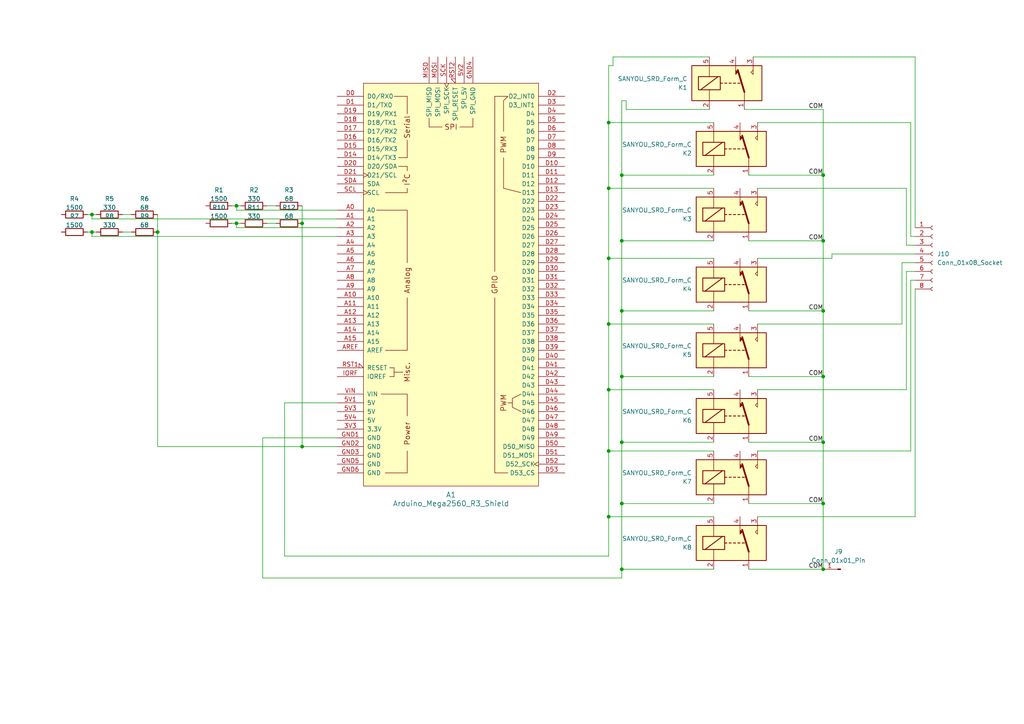
<source format=kicad_sch>
(kicad_sch (version 20250114) (generator "eeschema") (generator_version "9.0")
  (paper "A4")
  (lib_symbols
    (symbol "Connector:Conn_01x01_Pin" (pin_names (offset 1.016) (hide yes))
      (property "Reference" "J" (at 0 2.54 0))
      (property "Value" "Conn_01x01_Pin" (at 0 -2.54 0))
      (symbol "Conn_01x01_Pin_1_1"
        (rectangle (start 0.8636 0.127) (end 0 -0.127) (stroke (width 0.1524)) (fill (type outline)))
        (polyline (pts (xy 1.27 0) (xy 0.8636 0)) (stroke (width 0.1524)))
        (pin passive line (at 5.08 0 180) (length 3.81) (name "Pin_1") (number "1"))
      )
    )
    (symbol "Connector:Conn_01x08_Socket" (pin_names (offset 1.016) (hide yes))
      (property "Reference" "J" (at 0 10.16 0))
      (property "Value" "Conn_01x08_Socket" (at 0 -12.7 0))
      (symbol "Conn_01x08_Socket_1_1"
        (polyline (pts (xy -1.27 7.62) (xy -0.508 7.62)) (stroke (width 0.1524)))
        (polyline (pts (xy -1.27 5.08) (xy -0.508 5.08)) (stroke (width 0.1524)))
        (polyline (pts (xy -1.27 2.54) (xy -0.508 2.54)) (stroke (width 0.1524)))
        (polyline (pts (xy -1.27 0) (xy -0.508 0)) (stroke (width 0.1524)))
        (polyline (pts (xy -1.27 -2.54) (xy -0.508 -2.54)) (stroke (width 0.1524)))
        (polyline (pts (xy -1.27 -5.08) (xy -0.508 -5.08)) (stroke (width 0.1524)))
        (polyline (pts (xy -1.27 -7.62) (xy -0.508 -7.62)) (stroke (width 0.1524)))
        (polyline (pts (xy -1.27 -10.16) (xy -0.508 -10.16)) (stroke (width 0.1524)))
        (arc (start 0 7.112) (mid -0.5058 7.62) (end 0 8.128) (stroke (width 0.1524)))
        (arc (start 0 4.572) (mid -0.5058 5.08) (end 0 5.588) (stroke (width 0.1524)))
        (arc (start 0 2.032) (mid -0.5058 2.54) (end 0 3.048) (stroke (width 0.1524)))
        (arc (start 0 -0.508) (mid -0.5058 0) (end 0 0.508) (stroke (width 0.1524)))
        (arc (start 0 -3.048) (mid -0.5058 -2.54) (end 0 -2.032) (stroke (width 0.1524)))
        (arc (start 0 -5.588) (mid -0.5058 -5.08) (end 0 -4.572) (stroke (width 0.1524)))
        (arc (start 0 -8.128) (mid -0.5058 -7.62) (end 0 -7.112) (stroke (width 0.1524)))
        (arc (start 0 -10.668) (mid -0.5058 -10.16) (end 0 -9.652) (stroke (width 0.1524)))
        (pin passive line (at -5.08 7.62 0) (length 3.81) (name "Pin_1") (number "1"))
        (pin passive line (at -5.08 5.08 0) (length 3.81) (name "Pin_2") (number "2"))
        (pin passive line (at -5.08 2.54 0) (length 3.81) (name "Pin_3") (number "3"))
        (pin passive line (at -5.08 0 0) (length 3.81) (name "Pin_4") (number "4"))
        (pin passive line (at -5.08 -2.54 0) (length 3.81) (name "Pin_5") (number "5"))
        (pin passive line (at -5.08 -5.08 0) (length 3.81) (name "Pin_6") (number "6"))
        (pin passive line (at -5.08 -7.62 0) (length 3.81) (name "Pin_7") (number "7"))
        (pin passive line (at -5.08 -10.16 0) (length 3.81) (name "Pin_8") (number "8"))
      )
    )
    (symbol "Device:R" (pin_numbers (hide yes)) (pin_names (offset 0))
      (property "Reference" "R" (at 2.032 0 90))
      (property "Value" "R" (at 0 0 90))
      (symbol "R_0_1"
        (rectangle (start -1.016 -2.54) (end 1.016 2.54) (stroke (width 0.254)))
      )
      (symbol "R_1_1"
        (pin passive line (at 0 3.81 270) (length 1.27) (name "~") (number "1"))
        (pin passive line (at 0 -3.81 90) (length 1.27) (name "~") (number "2"))
      )
    )
    (symbol "PCM_arduino-library:Arduino_Mega2560_R3_Shield" (pin_names (offset 1.016))
      (property "Reference" "A" (at 0 -62.23 0))
      (property "Value" "Arduino_Mega2560_R3_Shield" (at 0 -66.04 0))
      (symbol "Arduino_Mega2560_R3_Shield_0_0"
        (rectangle (start -25.4 -58.42) (end 25.4 58.42) (fill (type background)))
        (polyline (pts (xy -21.59 21.59) (xy -12.7 21.59)))
        (rectangle (start -20.32 -31.75) (end -12.7 -31.75))
        (rectangle (start -19.05 26.67) (end -12.7 26.67))
        (rectangle (start -19.05 -19.05) (end -12.7 -19.05))
        (rectangle (start -19.05 -54.61) (end -12.7 -54.61))
        (rectangle (start -17.78 -24.13) (end -16.51 -24.13))
        (rectangle (start -17.78 -26.67) (end -16.51 -26.67))
        (rectangle (start -16.51 54.61) (end -12.7 54.61))
        (rectangle (start -16.51 -24.13) (end -16.51 -26.67))
        (rectangle (start -16.51 -25.4) (end -13.97 -25.4))
        (rectangle (start -15.24 36.83) (end -12.7 36.83))
        (rectangle (start -15.24 34.29) (end -12.7 34.29))
        (rectangle (start -12.7 49.53) (end -12.7 54.61))
        (rectangle (start -12.7 41.91) (end -12.7 36.83))
        (rectangle (start -12.7 34.29) (end -12.7 33.02))
        (rectangle (start -12.7 26.67) (end -12.7 27.94))
        (polyline (pts (xy -12.7 6.35) (xy -12.7 21.59)))
        (polyline (pts (xy -12.7 -19.05) (xy -12.7 -3.81)))
        (rectangle (start -12.7 -31.75) (end -12.7 -38.1))
        (rectangle (start -12.7 -54.61) (end -12.7 -48.26))
        (rectangle (start -6.35 48.26) (end -6.35 45.72))
        (rectangle (start -2.54 45.72) (end -6.35 45.72))
        (rectangle (start 6.35 48.26) (end 6.35 45.72))
        (rectangle (start 6.35 45.72) (end 2.54 45.72))
        (polyline (pts (xy 12.7 54.61) (xy 16.51 54.61)))
        (polyline (pts (xy 12.7 -54.61) (xy 16.51 -54.61)))
        (polyline (pts (xy 15.24 44.45) (xy 15.24 53.34) (xy 16.51 54.61)))
        (polyline (pts (xy 15.24 36.83) (xy 15.24 27.94) (xy 20.32 26.67)))
        (polyline (pts (xy 17.78 -34.29) (xy 16.51 -34.29)))
        (polyline (pts (xy 20.32 -31.75) (xy 17.78 -33.02) (xy 17.78 -35.56) (xy 20.32 -36.83)))
        (text "Serial" (at -12.7 45.72 900) (effects (font (size 1.524 1.524))))
        (text "I²C" (at -12.7 30.48 900) (effects (font (size 1.524 1.524))))
        (text "Analog" (at -12.7 1.27 900) (effects (font (size 1.524 1.524))))
        (text "Misc." (at -12.7 -25.4 900) (effects (font (size 1.524 1.524))))
        (text "Power" (at -12.7 -43.18 900) (effects (font (size 1.524 1.524))))
        (text "SPI" (at 0 45.72 0) (effects (font (size 1.524 1.524))))
        (text "PWM" (at 15.24 40.64 900) (effects (font (size 1.524 1.524))))
        (text "PWM" (at 15.24 -34.29 900) (effects (font (size 1.524 1.524))))
      )
      (symbol "Arduino_Mega2560_R3_Shield_1_0"
        (rectangle (start 12.7 54.61) (end 12.7 3.81))
        (rectangle (start 12.7 -54.61) (end 12.7 -3.81))
        (text "GPIO" (at 12.7 0 900) (effects (font (size 1.524 1.524))))
      )
      (symbol "Arduino_Mega2560_R3_Shield_1_1"
        (pin bidirectional line (at -33.02 54.61 0) (length 7.62) (name "D0/RX0") (number "D0"))
        (pin bidirectional line (at -33.02 52.07 0) (length 7.62) (name "D1/TX0") (number "D1"))
        (pin bidirectional line (at -33.02 49.53 0) (length 7.62) (name "D19/RX1") (number "D19"))
        (pin bidirectional line (at -33.02 46.99 0) (length 7.62) (name "D18/TX1") (number "D18"))
        (pin bidirectional line (at -33.02 44.45 0) (length 7.62) (name "D17/RX2") (number "D17"))
        (pin bidirectional line (at -33.02 41.91 0) (length 7.62) (name "D16/TX2") (number "D16"))
        (pin bidirectional line (at -33.02 39.37 0) (length 7.62) (name "D15/RX3") (number "D15"))
        (pin bidirectional line (at -33.02 36.83 0) (length 7.62) (name "D14/TX3") (number "D14"))
        (pin bidirectional line (at -33.02 34.29 0) (length 7.62) (name "D20/SDA") (number "D20"))
        (pin bidirectional clock (at -33.02 31.75 0) (length 7.62) (name "D21/SCL") (number "D21"))
        (pin bidirectional line (at -33.02 29.21 0) (length 7.62) (name "SDA") (number "SDA"))
        (pin bidirectional clock (at -33.02 26.67 0) (length 7.62) (name "SCL") (number "SCL"))
        (pin bidirectional line (at -33.02 21.59 0) (length 7.62) (name "A0") (number "A0"))
        (pin bidirectional line (at -33.02 19.05 0) (length 7.62) (name "A1") (number "A1"))
        (pin bidirectional line (at -33.02 16.51 0) (length 7.62) (name "A2") (number "A2"))
        (pin bidirectional line (at -33.02 13.97 0) (length 7.62) (name "A3") (number "A3"))
        (pin bidirectional line (at -33.02 11.43 0) (length 7.62) (name "A4") (number "A4"))
        (pin bidirectional line (at -33.02 8.89 0) (length 7.62) (name "A5") (number "A5"))
        (pin bidirectional line (at -33.02 6.35 0) (length 7.62) (name "A6") (number "A6"))
        (pin bidirectional line (at -33.02 3.81 0) (length 7.62) (name "A7") (number "A7"))
        (pin bidirectional line (at -33.02 1.27 0) (length 7.62) (name "A8") (number "A8"))
        (pin bidirectional line (at -33.02 -1.27 0) (length 7.62) (name "A9") (number "A9"))
        (pin bidirectional line (at -33.02 -3.81 0) (length 7.62) (name "A10") (number "A10"))
        (pin bidirectional line (at -33.02 -6.35 0) (length 7.62) (name "A11") (number "A11"))
        (pin bidirectional line (at -33.02 -8.89 0) (length 7.62) (name "A12") (number "A12"))
        (pin bidirectional line (at -33.02 -11.43 0) (length 7.62) (name "A13") (number "A13"))
        (pin bidirectional line (at -33.02 -13.97 0) (length 7.62) (name "A14") (number "A14"))
        (pin bidirectional line (at -33.02 -16.51 0) (length 7.62) (name "A15") (number "A15"))
        (pin input line (at -33.02 -19.05 0) (length 7.62) (name "AREF") (number "AREF"))
        (pin open_collector input_low (at -33.02 -24.13 0) (length 7.62) (name "RESET") (number "RST1"))
        (pin output line (at -33.02 -26.67 0) (length 7.62) (name "IOREF") (number "IORF"))
        (pin power_in line (at -33.02 -31.75 0) (length 7.62) (name "VIN") (number "VIN"))
        (pin power_in line (at -33.02 -34.29 0) (length 7.62) (name "5V") (number "5V1"))
        (pin power_in line (at -33.02 -36.83 0) (length 7.62) (name "5V") (number "5V3"))
        (pin power_in line (at -33.02 -39.37 0) (length 7.62) (name "5V") (number "5V4"))
        (pin power_out line (at -33.02 -41.91 0) (length 7.62) (name "3.3V") (number "3V3"))
        (pin power_in line (at -33.02 -44.45 0) (length 7.62) (name "GND") (number "GND1"))
        (pin power_in line (at -33.02 -46.99 0) (length 7.62) (name "GND") (number "GND2"))
        (pin power_in line (at -33.02 -49.53 0) (length 7.62) (name "GND") (number "GND3"))
        (pin power_in line (at -33.02 -52.07 0) (length 7.62) (name "GND") (number "GND5"))
        (pin power_in line (at -33.02 -54.61 0) (length 7.62) (name "GND") (number "GND6"))
        (pin input line (at -6.35 66.04 270) (length 7.62) (name "SPI_MISO") (number "MISO"))
        (pin output line (at -3.81 66.04 270) (length 7.62) (name "SPI_MOSI") (number "MOSI"))
        (pin output clock (at -1.27 66.04 270) (length 7.62) (name "SPI_SCK") (number "SCK"))
        (pin open_collector input_low (at 1.27 66.04 270) (length 7.62) (name "SPI_RESET") (number "RST2"))
        (pin power_in line (at 3.81 66.04 270) (length 7.62) (name "SPI_5V") (number "5V2"))
        (pin power_in line (at 6.35 66.04 270) (length 7.62) (name "SPI_GND") (number "GND4"))
        (pin bidirectional line (at 33.02 54.61 180) (length 7.62) (name "D2_INT0") (number "D2"))
        (pin bidirectional line (at 33.02 52.07 180) (length 7.62) (name "D3_INT1") (number "D3"))
        (pin bidirectional line (at 33.02 49.53 180) (length 7.62) (name "D4") (number "D4"))
        (pin bidirectional line (at 33.02 46.99 180) (length 7.62) (name "D5") (number "D5"))
        (pin bidirectional line (at 33.02 44.45 180) (length 7.62) (name "D6") (number "D6"))
        (pin bidirectional line (at 33.02 41.91 180) (length 7.62) (name "D7") (number "D7"))
        (pin bidirectional line (at 33.02 39.37 180) (length 7.62) (name "D8") (number "D8"))
        (pin bidirectional line (at 33.02 36.83 180) (length 7.62) (name "D9") (number "D9"))
        (pin bidirectional line (at 33.02 34.29 180) (length 7.62) (name "D10") (number "D10"))
        (pin bidirectional line (at 33.02 31.75 180) (length 7.62) (name "D11") (number "D11"))
        (pin bidirectional line (at 33.02 29.21 180) (length 7.62) (name "D12") (number "D12"))
        (pin bidirectional line (at 33.02 26.67 180) (length 7.62) (name "D13") (number "D13"))
        (pin bidirectional line (at 33.02 24.13 180) (length 7.62) (name "D22") (number "D22"))
        (pin bidirectional line (at 33.02 21.59 180) (length 7.62) (name "D23") (number "D23"))
        (pin bidirectional line (at 33.02 19.05 180) (length 7.62) (name "D24") (number "D24"))
        (pin bidirectional line (at 33.02 16.51 180) (length 7.62) (name "D25") (number "D25"))
        (pin bidirectional line (at 33.02 13.97 180) (length 7.62) (name "D26") (number "D26"))
        (pin bidirectional line (at 33.02 11.43 180) (length 7.62) (name "D27") (number "D27"))
        (pin bidirectional line (at 33.02 8.89 180) (length 7.62) (name "D28") (number "D28"))
        (pin bidirectional line (at 33.02 6.35 180) (length 7.62) (name "D29") (number "D29"))
        (pin bidirectional line (at 33.02 3.81 180) (length 7.62) (name "D30") (number "D30"))
        (pin bidirectional line (at 33.02 1.27 180) (length 7.62) (name "D31") (number "D31"))
        (pin bidirectional line (at 33.02 -1.27 180) (length 7.62) (name "D32") (number "D32"))
        (pin bidirectional line (at 33.02 -3.81 180) (length 7.62) (name "D33") (number "D33"))
        (pin bidirectional line (at 33.02 -6.35 180) (length 7.62) (name "D34") (number "D34"))
        (pin bidirectional line (at 33.02 -8.89 180) (length 7.62) (name "D35") (number "D35"))
        (pin bidirectional line (at 33.02 -11.43 180) (length 7.62) (name "D36") (number "D36"))
        (pin bidirectional line (at 33.02 -13.97 180) (length 7.62) (name "D37") (number "D37"))
        (pin bidirectional line (at 33.02 -16.51 180) (length 7.62) (name "D38") (number "D38"))
        (pin bidirectional line (at 33.02 -19.05 180) (length 7.62) (name "D39") (number "D39"))
        (pin bidirectional line (at 33.02 -21.59 180) (length 7.62) (name "D40") (number "D40"))
        (pin bidirectional line (at 33.02 -24.13 180) (length 7.62) (name "D41") (number "D41"))
        (pin bidirectional line (at 33.02 -26.67 180) (length 7.62) (name "D42") (number "D42"))
        (pin bidirectional line (at 33.02 -29.21 180) (length 7.62) (name "D43") (number "D43"))
        (pin bidirectional line (at 33.02 -31.75 180) (length 7.62) (name "D44") (number "D44"))
        (pin bidirectional line (at 33.02 -34.29 180) (length 7.62) (name "D45") (number "D45"))
        (pin bidirectional line (at 33.02 -36.83 180) (length 7.62) (name "D46") (number "D46"))
        (pin bidirectional line (at 33.02 -39.37 180) (length 7.62) (name "D47") (number "D47"))
        (pin bidirectional line (at 33.02 -41.91 180) (length 7.62) (name "D48") (number "D48"))
        (pin bidirectional line (at 33.02 -44.45 180) (length 7.62) (name "D49") (number "D49"))
        (pin bidirectional line (at 33.02 -46.99 180) (length 7.62) (name "D50_MISO") (number "D50"))
        (pin bidirectional line (at 33.02 -49.53 180) (length 7.62) (name "D51_MOSI") (number "D51"))
        (pin bidirectional clock (at 33.02 -52.07 180) (length 7.62) (name "D52_SCK") (number "D52"))
        (pin bidirectional line (at 33.02 -54.61 180) (length 7.62) (name "D53_CS") (number "D53"))
      )
    )
    (symbol "Relay:SANYOU_SRD_Form_C"
      (property "Reference" "K" (at 11.43 3.81 0))
      (property "Value" "SANYOU_SRD_Form_C" (at 11.43 1.27 0))
      (symbol "SANYOU_SRD_Form_C_0_0"
        (polyline (pts (xy 7.62 5.08) (xy 7.62 2.54) (xy 6.985 3.175) (xy 7.62 3.81)))
      )
      (symbol "SANYOU_SRD_Form_C_0_1"
        (rectangle (start -10.16 5.08) (end 10.16 -5.08) (stroke (width 0.254)) (fill (type background)))
        (rectangle (start -8.255 1.905) (end -1.905 -1.905) (stroke (width 0.254)))
        (polyline (pts (xy -7.62 -1.905) (xy -2.54 1.905)) (stroke (width 0.254)))
        (polyline (pts (xy -5.08 5.08) (xy -5.08 1.905)))
        (polyline (pts (xy -5.08 -5.08) (xy -5.08 -1.905)))
        (polyline (pts (xy -1.905 0) (xy -1.27 0)) (stroke (width 0.254)))
        (polyline (pts (xy -0.635 0) (xy 0 0)) (stroke (width 0.254)))
        (polyline (pts (xy 0.635 0) (xy 1.27 0)) (stroke (width 0.254)))
        (polyline (pts (xy 1.905 0) (xy 2.54 0)) (stroke (width 0.254)))
        (polyline (pts (xy 3.175 0) (xy 3.81 0)) (stroke (width 0.254)))
        (polyline (pts (xy 5.08 -2.54) (xy 3.175 3.81)) (stroke (width 0.508)))
        (polyline (pts (xy 5.08 -2.54) (xy 5.08 -5.08)))
      )
      (symbol "SANYOU_SRD_Form_C_1_1"
        (polyline (pts (xy 2.54 3.81) (xy 3.175 3.175) (xy 2.54 2.54) (xy 2.54 5.08)) (fill (type outline)))
        (pin passive line (at -5.08 7.62 270) (length 2.54) (name "~") (number "5"))
        (pin passive line (at -5.08 -7.62 90) (length 2.54) (name "~") (number "2"))
        (pin passive line (at 2.54 7.62 270) (length 2.54) (name "~") (number "4"))
        (pin passive line (at 5.08 -7.62 90) (length 2.54) (name "~") (number "1"))
        (pin passive line (at 7.62 7.62 270) (length 2.54) (name "~") (number "3"))
      )
    )
  )
  (junction (at 176.53 35.56))
  (junction (at 238.76 128.27))
  (junction (at 68.58 59.69))
  (junction (at 176.53 149.86))
  (junction (at 238.76 109.22))
  (junction (at 176.53 93.98))
  (junction (at 180.34 146.05))
  (junction (at 238.76 165.1))
  (junction (at 180.34 69.85))
  (junction (at 87.63 129.54))
  (junction (at 45.72 67.31))
  (junction (at 176.53 74.93))
  (junction (at 87.63 64.77))
  (junction (at 26.67 62.23))
  (junction (at 238.76 90.17))
  (junction (at 180.34 50.8))
  (junction (at 68.58 64.77))
  (junction (at 180.34 90.17))
  (junction (at 180.34 165.1))
  (junction (at 176.53 130.81))
  (junction (at 238.76 50.8))
  (junction (at 176.53 113.03))
  (junction (at 238.76 69.85))
  (junction (at 176.53 54.61))
  (junction (at 180.34 109.22))
  (junction (at 238.76 146.05))
  (junction (at 180.34 128.27))
  (junction (at 26.67 67.31))
  (wire (pts (xy 87.63 59.69) (xy 87.63 64.77)))
  (wire (pts (xy 176.53 93.98) (xy 176.53 74.93)))
  (wire (pts (xy 180.34 69.85) (xy 207.01 69.85)))
  (wire (pts (xy 97.79 127) (xy 76.2 127)))
  (wire (pts (xy 177.8 19.05) (xy 177.8 16.51)))
  (wire (pts (xy 238.76 128.27) (xy 217.17 128.27)))
  (wire (pts (xy 238.76 109.22) (xy 217.17 109.22)))
  (wire (pts (xy 177.8 16.51) (xy 205.74 16.51)))
  (wire (pts (xy 238.76 146.05) (xy 217.17 146.05)))
  (wire (pts (xy 67.31 64.77) (xy 68.58 64.77)))
  (wire (pts (xy 238.76 109.22) (xy 238.76 128.27)))
  (wire (pts (xy 215.9 31.75) (xy 238.76 31.75)))
  (wire (pts (xy 264.16 68.58) (xy 265.43 68.58)))
  (wire (pts (xy 238.76 90.17) (xy 217.17 90.17)))
  (wire (pts (xy 180.34 146.05) (xy 180.34 128.27)))
  (wire (pts (xy 265.43 16.51) (xy 265.43 66.04)))
  (wire (pts (xy 238.76 31.75) (xy 238.76 50.8)))
  (wire (pts (xy 45.72 62.23) (xy 45.72 67.31)))
  (wire (pts (xy 82.55 161.29) (xy 176.53 161.29)))
  (wire (pts (xy 261.62 76.2) (xy 265.43 76.2)))
  (wire (pts (xy 264.16 35.56) (xy 264.16 68.58)))
  (wire (pts (xy 219.71 74.93) (xy 241.3 74.93)))
  (wire (pts (xy 180.34 50.8) (xy 207.01 50.8)))
  (wire (pts (xy 45.72 129.54) (xy 87.63 129.54)))
  (wire (pts (xy 180.34 167.64) (xy 180.34 165.1)))
  (wire (pts (xy 26.67 62.23) (xy 27.94 62.23)))
  (wire (pts (xy 219.71 149.86) (xy 265.43 149.86)))
  (wire (pts (xy 176.53 130.81) (xy 176.53 113.03)))
  (wire (pts (xy 87.63 129.54) (xy 97.79 129.54)))
  (wire (pts (xy 238.76 69.85) (xy 238.76 90.17)))
  (wire (pts (xy 180.34 165.1) (xy 180.34 146.05)))
  (wire (pts (xy 241.3 73.66) (xy 265.43 73.66)))
  (wire (pts (xy 26.67 63.5) (xy 97.79 63.5)))
  (wire (pts (xy 180.34 128.27) (xy 207.01 128.27)))
  (wire (pts (xy 180.34 109.22) (xy 207.01 109.22)))
  (wire (pts (xy 26.67 62.23) (xy 26.67 63.5)))
  (wire (pts (xy 264.16 81.28) (xy 265.43 81.28)))
  (wire (pts (xy 180.34 69.85) (xy 180.34 50.8)))
  (wire (pts (xy 176.53 113.03) (xy 207.01 113.03)))
  (wire (pts (xy 35.56 67.31) (xy 38.1 67.31)))
  (wire (pts (xy 180.34 90.17) (xy 180.34 69.85)))
  (wire (pts (xy 219.71 54.61) (xy 262.89 54.61)))
  (wire (pts (xy 176.53 130.81) (xy 207.01 130.81)))
  (wire (pts (xy 68.58 60.96) (xy 97.79 60.96)))
  (wire (pts (xy 264.16 130.81) (xy 264.16 81.28)))
  (wire (pts (xy 238.76 69.85) (xy 217.17 69.85)))
  (wire (pts (xy 82.55 116.84) (xy 82.55 161.29)))
  (wire (pts (xy 176.53 161.29) (xy 176.53 149.86)))
  (wire (pts (xy 238.76 165.1) (xy 217.17 165.1)))
  (wire (pts (xy 76.2 167.64) (xy 180.34 167.64)))
  (wire (pts (xy 180.34 90.17) (xy 207.01 90.17)))
  (wire (pts (xy 68.58 66.04) (xy 97.79 66.04)))
  (wire (pts (xy 219.71 130.81) (xy 264.16 130.81)))
  (wire (pts (xy 25.4 67.31) (xy 26.67 67.31)))
  (wire (pts (xy 218.44 16.51) (xy 265.43 16.51)))
  (wire (pts (xy 180.34 29.21) (xy 180.34 50.8)))
  (wire (pts (xy 26.67 68.58) (xy 97.79 68.58)))
  (wire (pts (xy 180.34 29.21) (xy 181.61 29.21)))
  (wire (pts (xy 97.79 116.84) (xy 82.55 116.84)))
  (wire (pts (xy 176.53 35.56) (xy 207.01 35.56)))
  (wire (pts (xy 238.76 128.27) (xy 238.76 146.05)))
  (wire (pts (xy 241.3 74.93) (xy 241.3 73.66)))
  (wire (pts (xy 180.34 128.27) (xy 180.34 109.22)))
  (wire (pts (xy 176.53 35.56) (xy 176.53 19.05)))
  (wire (pts (xy 238.76 90.17) (xy 238.76 109.22)))
  (wire (pts (xy 176.53 149.86) (xy 176.53 130.81)))
  (wire (pts (xy 77.47 64.77) (xy 80.01 64.77)))
  (wire (pts (xy 76.2 127) (xy 76.2 167.64)))
  (wire (pts (xy 176.53 74.93) (xy 207.01 74.93)))
  (wire (pts (xy 176.53 93.98) (xy 207.01 93.98)))
  (wire (pts (xy 176.53 54.61) (xy 176.53 35.56)))
  (wire (pts (xy 262.89 71.12) (xy 265.43 71.12)))
  (wire (pts (xy 219.71 113.03) (xy 262.89 113.03)))
  (wire (pts (xy 87.63 64.77) (xy 87.63 129.54)))
  (wire (pts (xy 180.34 146.05) (xy 207.01 146.05)))
  (wire (pts (xy 26.67 67.31) (xy 26.67 68.58)))
  (wire (pts (xy 238.76 50.8) (xy 238.76 69.85)))
  (wire (pts (xy 176.53 74.93) (xy 176.53 54.61)))
  (wire (pts (xy 77.47 59.69) (xy 80.01 59.69)))
  (wire (pts (xy 176.53 149.86) (xy 207.01 149.86)))
  (wire (pts (xy 262.89 78.74) (xy 265.43 78.74)))
  (wire (pts (xy 180.34 165.1) (xy 207.01 165.1)))
  (wire (pts (xy 219.71 35.56) (xy 264.16 35.56)))
  (wire (pts (xy 26.67 67.31) (xy 27.94 67.31)))
  (wire (pts (xy 238.76 50.8) (xy 217.17 50.8)))
  (wire (pts (xy 181.61 29.21) (xy 181.61 31.75)))
  (wire (pts (xy 25.4 62.23) (xy 26.67 62.23)))
  (wire (pts (xy 45.72 67.31) (xy 45.72 129.54)))
  (wire (pts (xy 35.56 62.23) (xy 38.1 62.23)))
  (wire (pts (xy 68.58 59.69) (xy 68.58 60.96)))
  (wire (pts (xy 180.34 109.22) (xy 180.34 90.17)))
  (wire (pts (xy 265.43 149.86) (xy 265.43 83.82)))
  (wire (pts (xy 238.76 146.05) (xy 238.76 165.1)))
  (wire (pts (xy 261.62 93.98) (xy 261.62 76.2)))
  (wire (pts (xy 68.58 59.69) (xy 69.85 59.69)))
  (wire (pts (xy 219.71 93.98) (xy 261.62 93.98)))
  (wire (pts (xy 176.53 113.03) (xy 176.53 93.98)))
  (wire (pts (xy 67.31 59.69) (xy 68.58 59.69)))
  (wire (pts (xy 181.61 31.75) (xy 205.74 31.75)))
  (wire (pts (xy 68.58 64.77) (xy 69.85 64.77)))
  (wire (pts (xy 262.89 113.03) (xy 262.89 78.74)))
  (wire (pts (xy 176.53 54.61) (xy 207.01 54.61)))
  (wire (pts (xy 262.89 54.61) (xy 262.89 71.12)))
  (wire (pts (xy 176.53 19.05) (xy 177.8 19.05)))
  (wire (pts (xy 68.58 64.77) (xy 68.58 66.04)))
  (label "COM" (at 238.76 90.17 180))
  (label "COM" (at 238.76 128.27 180))
  (label "COM" (at 238.76 31.75 180))
  (label "COM" (at 238.76 109.22 180))
  (label "COM" (at 238.76 146.05 180))
  (label "COM" (at 238.76 69.85 180))
  (label "COM" (at 238.76 165.1 180))
  (label "COM" (at 238.76 50.8 180))
  (symbol (lib_id "Relay:SANYOU_SRD_Form_C") (at 212.09 82.55 0) (unit 1)
    (property "Reference" "K4" (at 200.66 83.8201 0) (effects (justify right)))
    (property "Value" "SANYOU_SRD_Form_C" (at 200.66 81.2801 0) (effects (justify right)))
    (property "Footprint" "Relay_THT:Relay_SPDT_SANYOU_SRD_Series_Form_C" (effects (hide yes)))
    (property "Datasheet" "http://www.sanyourelay.ca/public/products/pdf/SRD.pdf" (effects (hide yes)))
    (property "Description" "Sanyo SRD relay, Single Pole Miniature Power Relay," (effects (hide yes)))
  )
  (symbol (lib_id "Device:R") (at 21.59 67.31 90) (unit 1)
    (property "Reference" "R7" (at 21.59 62.738 90))
    (property "Value" "1500" (at 21.59 65.278 90))
    (property "Footprint" "Resistor_THT:R_Axial_DIN0207_L6.3mm_D2.5mm_P7.62mm_Horizontal_CUSTOM" (effects (hide yes)))
    (property "Description" "Resistor" (effects (hide yes)))
  )
  (symbol (lib_id "Device:R") (at 83.82 59.69 90) (unit 1)
    (property "Reference" "R3" (at 83.82 55.118 90))
    (property "Value" "68" (at 83.82 57.658 90))
    (property "Footprint" "Resistor_THT:R_Axial_DIN0207_L6.3mm_D2.5mm_P7.62mm_Horizontal_CUSTOM" (effects (hide yes)))
    (property "Description" "Resistor" (effects (hide yes)))
  )
  (symbol (lib_id "Relay:SANYOU_SRD_Form_C") (at 212.09 120.65 0) (unit 1)
    (property "Reference" "K6" (at 200.66 121.9201 0) (effects (justify right)))
    (property "Value" "SANYOU_SRD_Form_C" (at 200.66 119.3801 0) (effects (justify right)))
    (property "Footprint" "Relay_THT:Relay_SPDT_SANYOU_SRD_Series_Form_C" (effects (hide yes)))
    (property "Datasheet" "http://www.sanyourelay.ca/public/products/pdf/SRD.pdf" (effects (hide yes)))
    (property "Description" "Sanyo SRD relay, Single Pole Miniature Power Relay," (effects (hide yes)))
  )
  (symbol (lib_id "Relay:SANYOU_SRD_Form_C") (at 210.82 24.13 0) (unit 1)
    (property "Reference" "K1" (at 199.39 25.4001 0) (effects (justify right)))
    (property "Value" "SANYOU_SRD_Form_C" (at 199.39 22.8601 0) (effects (justify right)))
    (property "Footprint" "Relay_THT:Relay_SPDT_SANYOU_SRD_Series_Form_C" (effects (hide yes)))
    (property "Datasheet" "http://www.sanyourelay.ca/public/products/pdf/SRD.pdf" (effects (hide yes)))
    (property "Description" "Sanyo SRD relay, Single Pole Miniature Power Relay," (effects (hide yes)))
  )
  (symbol (lib_id "Connector:Conn_01x08_Socket") (at 270.51 73.66 0) (unit 1)
    (property "Reference" "J10" (at 271.78 73.6599 0) (effects (justify left)))
    (property "Value" "Conn_01x08_Socket" (at 271.78 76.1999 0) (effects (justify left)))
    (property "Footprint" "Connector_PinSocket_1.00mm:PinSocket_1x08_P1.00mm_Vertical" (effects (hide yes)))
    (property "Description" "Generic connector, single row, 01x08, script generated" (effects (hide yes)))
  )
  (symbol (lib_id "Device:R") (at 63.5 64.77 90) (unit 1)
    (property "Reference" "R10" (at 63.5 60.198 90))
    (property "Value" "1500" (at 63.5 62.738 90))
    (property "Footprint" "Resistor_THT:R_Axial_DIN0207_L6.3mm_D2.5mm_P7.62mm_Horizontal_CUSTOM" (effects (hide yes)))
    (property "Description" "Resistor" (effects (hide yes)))
  )
  (symbol (lib_id "Relay:SANYOU_SRD_Form_C") (at 212.09 138.43 0) (unit 1)
    (property "Reference" "K7" (at 200.66 139.7001 0) (effects (justify right)))
    (property "Value" "SANYOU_SRD_Form_C" (at 200.66 137.1601 0) (effects (justify right)))
    (property "Footprint" "Relay_THT:Relay_SPDT_SANYOU_SRD_Series_Form_C" (effects (hide yes)))
    (property "Datasheet" "http://www.sanyourelay.ca/public/products/pdf/SRD.pdf" (effects (hide yes)))
    (property "Description" "Sanyo SRD relay, Single Pole Miniature Power Relay," (effects (hide yes)))
  )
  (symbol (lib_id "Device:R") (at 63.5 59.69 90) (unit 1)
    (property "Reference" "R1" (at 63.5 55.118 90))
    (property "Value" "1500" (at 63.5 57.658 90))
    (property "Footprint" "Resistor_THT:R_Axial_DIN0207_L6.3mm_D2.5mm_P7.62mm_Horizontal_CUSTOM" (effects (hide yes)))
    (property "Description" "Resistor" (effects (hide yes)))
  )
  (symbol (lib_id "Device:R") (at 73.66 64.77 90) (unit 1)
    (property "Reference" "R11" (at 73.66 60.198 90))
    (property "Value" "330" (at 73.66 62.738 90))
    (property "Footprint" "Resistor_THT:R_Axial_DIN0207_L6.3mm_D2.5mm_P7.62mm_Horizontal_CUSTOM" (effects (hide yes)))
    (property "Description" "Resistor" (effects (hide yes)))
  )
  (symbol (lib_id "Device:R") (at 41.91 67.31 90) (unit 1)
    (property "Reference" "R9" (at 41.91 62.738 90))
    (property "Value" "68" (at 41.91 65.278 90))
    (property "Footprint" "Resistor_THT:R_Axial_DIN0207_L6.3mm_D2.5mm_P7.62mm_Horizontal_CUSTOM" (effects (hide yes)))
    (property "Description" "Resistor" (effects (hide yes)))
  )
  (symbol (lib_id "Connector:Conn_01x01_Pin") (at 243.84 165.1 180) (unit 1)
    (property "Reference" "J9" (at 243.205 160.02 0))
    (property "Value" "Conn_01x01_Pin" (at 243.205 162.56 0))
    (property "Footprint" "Connector_PinHeader_1.00mm:PinHeader_1x01_P1.00mm_Vertical" (effects (hide yes)))
    (property "Description" "Generic connector, single row, 01x01, script generated" (effects (hide yes)))
  )
  (symbol (lib_id "Device:R") (at 73.66 59.69 90) (unit 1)
    (property "Reference" "R2" (at 73.66 55.118 90))
    (property "Value" "330" (at 73.66 57.658 90))
    (property "Footprint" "Resistor_THT:R_Axial_DIN0207_L6.3mm_D2.5mm_P7.62mm_Horizontal_CUSTOM" (effects (hide yes)))
    (property "Description" "Resistor" (effects (hide yes)))
  )
  (symbol (lib_id "Device:R") (at 31.75 67.31 90) (unit 1)
    (property "Reference" "R8" (at 31.75 62.738 90))
    (property "Value" "330" (at 31.75 65.278 90))
    (property "Footprint" "Resistor_THT:R_Axial_DIN0207_L6.3mm_D2.5mm_P7.62mm_Horizontal_CUSTOM" (effects (hide yes)))
    (property "Description" "Resistor" (effects (hide yes)))
  )
  (symbol (lib_id "Device:R") (at 83.82 64.77 90) (unit 1)
    (property "Reference" "R12" (at 83.82 60.198 90))
    (property "Value" "68" (at 83.82 62.738 90))
    (property "Footprint" "Resistor_THT:R_Axial_DIN0207_L6.3mm_D2.5mm_P7.62mm_Horizontal_CUSTOM" (effects (hide yes)))
    (property "Description" "Resistor" (effects (hide yes)))
  )
  (symbol (lib_id "Device:R") (at 21.59 62.23 90) (unit 1)
    (property "Reference" "R4" (at 21.59 57.658 90))
    (property "Value" "1500" (at 21.59 60.198 90))
    (property "Footprint" "Resistor_THT:R_Axial_DIN0207_L6.3mm_D2.5mm_P7.62mm_Horizontal_CUSTOM" (effects (hide yes)))
    (property "Description" "Resistor" (effects (hide yes)))
  )
  (symbol (lib_id "Device:R") (at 31.75 62.23 90) (unit 1)
    (property "Reference" "R5" (at 31.75 57.658 90))
    (property "Value" "330" (at 31.75 60.198 90))
    (property "Footprint" "Resistor_THT:R_Axial_DIN0207_L6.3mm_D2.5mm_P7.62mm_Horizontal_CUSTOM" (effects (hide yes)))
    (property "Description" "Resistor" (effects (hide yes)))
  )
  (symbol (lib_id "Relay:SANYOU_SRD_Form_C") (at 212.09 101.6 0) (unit 1)
    (property "Reference" "K5" (at 200.66 102.8701 0) (effects (justify right)))
    (property "Value" "SANYOU_SRD_Form_C" (at 200.66 100.3301 0) (effects (justify right)))
    (property "Footprint" "Relay_THT:Relay_SPDT_SANYOU_SRD_Series_Form_C" (effects (hide yes)))
    (property "Datasheet" "http://www.sanyourelay.ca/public/products/pdf/SRD.pdf" (effects (hide yes)))
    (property "Description" "Sanyo SRD relay, Single Pole Miniature Power Relay," (effects (hide yes)))
  )
  (symbol (lib_id "Relay:SANYOU_SRD_Form_C") (at 212.09 62.23 0) (unit 1)
    (property "Reference" "K3" (at 200.66 63.5001 0) (effects (justify right)))
    (property "Value" "SANYOU_SRD_Form_C" (at 200.66 60.9601 0) (effects (justify right)))
    (property "Footprint" "Relay_THT:Relay_SPDT_SANYOU_SRD_Series_Form_C" (effects (hide yes)))
    (property "Datasheet" "http://www.sanyourelay.ca/public/products/pdf/SRD.pdf" (effects (hide yes)))
    (property "Description" "Sanyo SRD relay, Single Pole Miniature Power Relay," (effects (hide yes)))
  )
  (symbol (lib_id "Relay:SANYOU_SRD_Form_C") (at 212.09 43.18 0) (unit 1)
    (property "Reference" "K2" (at 200.66 44.4501 0) (effects (justify right)))
    (property "Value" "SANYOU_SRD_Form_C" (at 200.66 41.9101 0) (effects (justify right)))
    (property "Footprint" "Relay_THT:Relay_SPDT_SANYOU_SRD_Series_Form_C" (effects (hide yes)))
    (property "Datasheet" "http://www.sanyourelay.ca/public/products/pdf/SRD.pdf" (effects (hide yes)))
    (property "Description" "Sanyo SRD relay, Single Pole Miniature Power Relay," (effects (hide yes)))
  )
  (symbol (lib_id "Relay:SANYOU_SRD_Form_C") (at 212.09 157.48 0) (unit 1)
    (property "Reference" "K8" (at 200.66 158.7501 0) (effects (justify right)))
    (property "Value" "SANYOU_SRD_Form_C" (at 200.66 156.2101 0) (effects (justify right)))
    (property "Footprint" "Relay_THT:Relay_SPDT_SANYOU_SRD_Series_Form_C" (effects (hide yes)))
    (property "Datasheet" "http://www.sanyourelay.ca/public/products/pdf/SRD.pdf" (effects (hide yes)))
    (property "Description" "Sanyo SRD relay, Single Pole Miniature Power Relay," (effects (hide yes)))
  )
  (symbol (lib_id "Device:R") (at 41.91 62.23 90) (unit 1)
    (property "Reference" "R6" (at 41.91 57.658 90))
    (property "Value" "68" (at 41.91 60.198 90))
    (property "Footprint" "Resistor_THT:R_Axial_DIN0207_L6.3mm_D2.5mm_P7.62mm_Horizontal_CUSTOM" (effects (hide yes)))
    (property "Description" "Resistor" (effects (hide yes)))
  )
  (symbol (lib_id "PCM_arduino-library:Arduino_Mega2560_R3_Shield") (at 130.81 82.55 0) (unit 1)
    (property "Reference" "A1" (at 130.81 143.51 0) (effects (font (size 1.524 1.524))))
    (property "Value" "Arduino_Mega2560_R3_Shield" (at 130.81 146.05 0) (effects (font (size 1.524 1.524))))
    (property "Footprint" "PCM_arduino-library:Arduino_Mega2560_R3_Shield" (effects (hide yes)))
    (property "Datasheet" "https://docs.arduino.cc/hardware/mega-2560" (effects (hide yes)))
    (property "Description" "Shield for Arduino Mega 2560 R3" (effects (hide yes)))
  )
)
</source>
